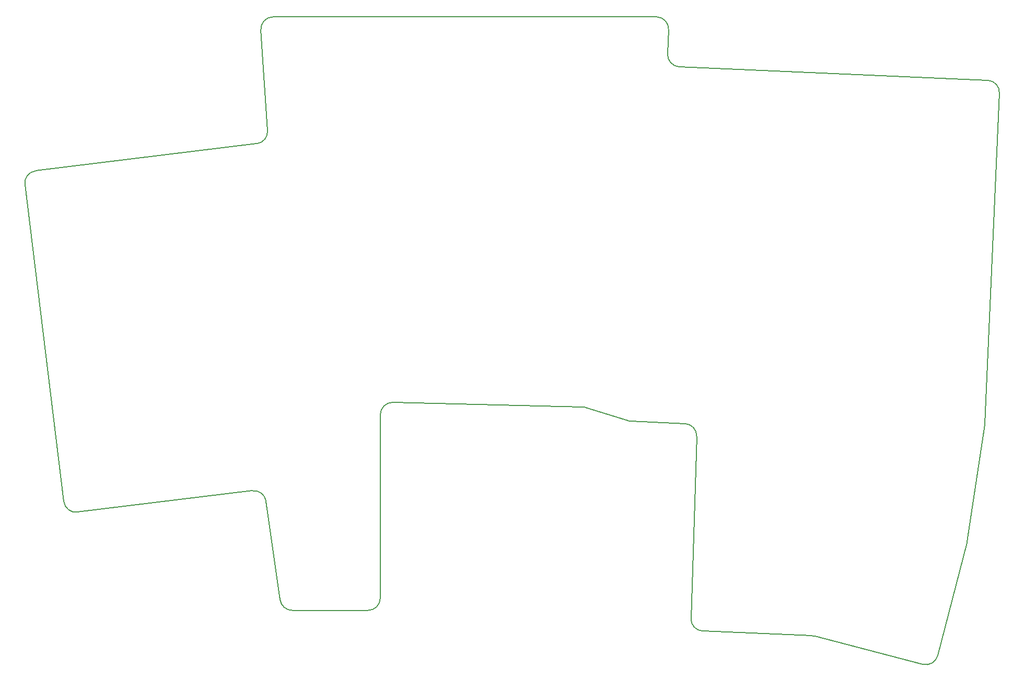
<source format=gm1>
G04 #@! TF.GenerationSoftware,KiCad,Pcbnew,8.0.5-dirty*
G04 #@! TF.CreationDate,2024-10-14T15:47:29+03:00*
G04 #@! TF.ProjectId,Kivipallur_left,4b697669-7061-46c6-9c75-725f6c656674,1*
G04 #@! TF.SameCoordinates,Original*
G04 #@! TF.FileFunction,Profile,NP*
%FSLAX46Y46*%
G04 Gerber Fmt 4.6, Leading zero omitted, Abs format (unit mm)*
G04 Created by KiCad (PCBNEW 8.0.5-dirty) date 2024-10-14 15:47:29*
%MOMM*%
%LPD*%
G01*
G04 APERTURE LIST*
G04 #@! TA.AperFunction,Profile*
%ADD10C,0.150000*%
G04 #@! TD*
G04 APERTURE END LIST*
D10*
X206757757Y-141346665D02*
G75*
G02*
X204315667Y-142780839I-1936257J500765D01*
G01*
X116427096Y-102271590D02*
G75*
G02*
X118474900Y-100272167I2000004J-10D01*
G01*
X95685384Y-114617785D02*
G75*
G02*
X97909187Y-116321235I243716J-1985115D01*
G01*
X164886763Y-45833197D02*
G75*
G02*
X162975736Y-43751784I87237J1998097D01*
G01*
X67360227Y-118095677D02*
G75*
G02*
X65131422Y-116354320I-243727J1985077D01*
G01*
X214843092Y-48014338D02*
G75*
G02*
X216753958Y-50099673I-87192J-1998062D01*
G01*
X149183563Y-101006380D02*
X118474900Y-100272162D01*
X98151578Y-56193640D02*
G75*
G02*
X96399688Y-58310954I-1995578J-132260D01*
G01*
X65131395Y-116354323D02*
X58818563Y-64940432D01*
X116427095Y-102271590D02*
X116427095Y-132023200D01*
X114427095Y-134023200D02*
X102162749Y-134023200D01*
X100182679Y-132304843D02*
X97909193Y-116321234D01*
X214391243Y-103954017D02*
X211529073Y-122855200D01*
X186471031Y-138162566D02*
X168677091Y-137385666D01*
X164886762Y-45833197D02*
X214843092Y-48014337D01*
X149183563Y-101006380D02*
G75*
G02*
X149741300Y-101099670I-47763J-1999420D01*
G01*
X99064074Y-37723200D02*
X161141969Y-37723200D01*
X168677092Y-137385667D02*
G75*
G02*
X166765336Y-135324194I87208J1998067D01*
G01*
X157040065Y-103345668D02*
G75*
G02*
X156521765Y-103253699I87235J1998068D01*
G01*
X163140233Y-39806517D02*
X162975737Y-43751784D01*
X58818564Y-64940432D02*
G75*
G02*
X60559913Y-62711571I1985136J243732D01*
G01*
X166765334Y-135324194D02*
X167701716Y-105789169D01*
X211487911Y-123056518D02*
X206757757Y-141346666D01*
X214411883Y-103741813D02*
G75*
G02*
X214391244Y-103954017I-1997883J87213D01*
G01*
X95685384Y-114617784D02*
X67360226Y-118095676D01*
X98151578Y-56193639D02*
X97068454Y-39855498D01*
X97068454Y-39855498D02*
G75*
G02*
X99064074Y-37723174I1995646J132298D01*
G01*
X165789959Y-103727697D02*
G75*
G02*
X167701703Y-105789169I-87259J-1998103D01*
G01*
X102162750Y-134023200D02*
G75*
G02*
X100182631Y-132304850I-50J2000000D01*
G01*
X216753949Y-50099673D02*
X214411883Y-103741814D01*
X204315654Y-142780888D02*
X186889601Y-138225680D01*
X60559917Y-62711601D02*
X96399697Y-58311029D01*
X116427095Y-132023200D02*
G75*
G02*
X114427095Y-134023195I-1999995J0D01*
G01*
X156521765Y-103253699D02*
X149741297Y-101099681D01*
X186471031Y-138162566D02*
G75*
G02*
X186889602Y-138225677I-87231J-1998134D01*
G01*
X211529072Y-122855200D02*
G75*
G02*
X211487909Y-123056518I-1977172J299400D01*
G01*
X165789959Y-103727696D02*
X157040065Y-103345668D01*
X161141970Y-37723200D02*
G75*
G02*
X163140264Y-39806518I30J-2000000D01*
G01*
M02*

</source>
